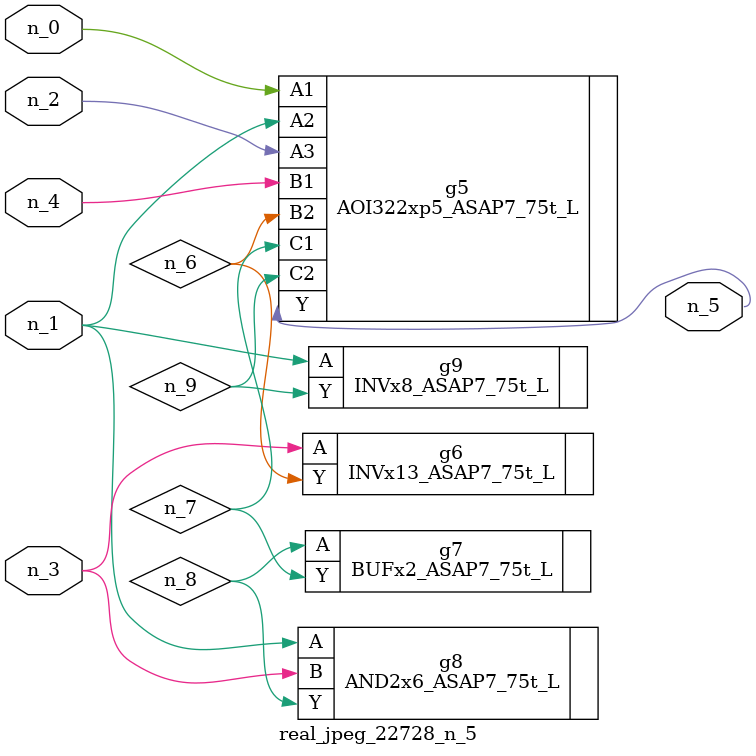
<source format=v>
module real_jpeg_22728_n_5 (n_4, n_0, n_1, n_2, n_3, n_5);

input n_4;
input n_0;
input n_1;
input n_2;
input n_3;

output n_5;

wire n_8;
wire n_6;
wire n_7;
wire n_9;

AOI322xp5_ASAP7_75t_L g5 ( 
.A1(n_0),
.A2(n_1),
.A3(n_2),
.B1(n_4),
.B2(n_6),
.C1(n_7),
.C2(n_9),
.Y(n_5)
);

AND2x6_ASAP7_75t_L g8 ( 
.A(n_1),
.B(n_3),
.Y(n_8)
);

INVx8_ASAP7_75t_L g9 ( 
.A(n_1),
.Y(n_9)
);

INVx13_ASAP7_75t_L g6 ( 
.A(n_3),
.Y(n_6)
);

BUFx2_ASAP7_75t_L g7 ( 
.A(n_8),
.Y(n_7)
);


endmodule
</source>
